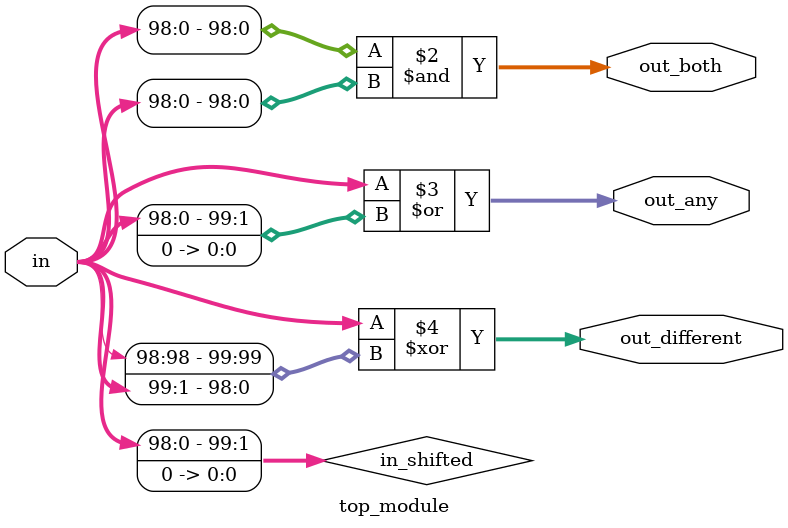
<source format=sv>
module top_module (
    input [99:0] in,
    output [98:0] out_both,
    output [99:0] out_any,
    output [99:0] out_different
);

    wire [99:0] in_shifted;

    assign in_shifted = in << 1;
    assign out_both = in[98:0] & in_shifted[99:1];
    assign out_any = in | in_shifted;
    assign out_different = in ^ {in_shifted[99], in[99:1]};

endmodule

</source>
